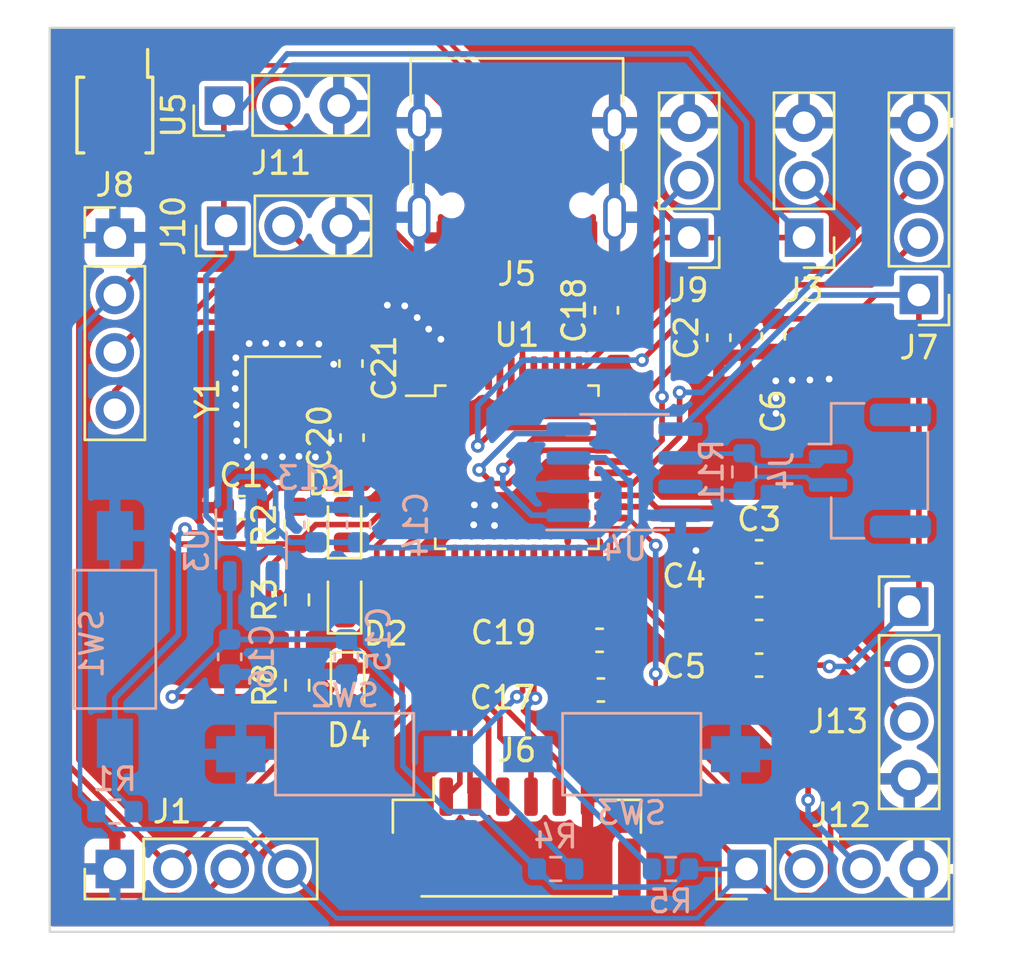
<source format=kicad_pcb>
(kicad_pcb (version 20221018) (generator pcbnew)
  (layers (0 "F.Cu" signal) (31 "B.Cu" signal) (34 "B.Paste" user) (35 "F.Paste" user) (36 "B.SilkS" user "B.Silkscreen") (37 "F.SilkS" user "F.Silkscreen") (38 "B.Mask" user) (39 "F.Mask" user) (44 "Edge.Cuts" user))
  (net 0 "")
  (net 1 "GND")
  (net 2 "/MCU/RESET")
  (net 3 "/MCU/XTAL_I")
  (net 4 "/MCU/XTAL_O")
  (net 5 "Net-(D4-A)")
  (net 6 "/MCU/LED1")
  (net 7 "/MCU/LED2")
  (net 9 "+3V3")
  (net 10 "+5V")
  (net 14 "/MCU/DIO")
  (net 15 "/MCU/CLK")
  (net 30 "Net-(D1-A)")
  (net 31 "Net-(D2-A)")
  (net 32 "/Connector/TXD")
  (net 33 "/Connector/RXD")
  (net 34 "/Connector/TIM1_CH")
  (net 35 "/Connector/-")
  (net 36 "/Connector/+")
  (net 37 "/Connector/DP")
  (net 38 "/Connector/DN")
  (net 39 "/Connector/SPI_CS")
  (net 40 "/Connector/SPI_SCK")
  (net 41 "/Connector/SPI_MISO")
  (net 42 "/Connector/SPI_MOSI")
  (net 43 "/Connector/GPIO0")
  (net 44 "/Connector/I2C1_SCL")
  (net 45 "/Connector/I2C1_SDA")
  (net 46 "/Connector/TIM1_CH2")
  (net 47 "/Connector/TIM2_CH2")
  (net 48 "/Connector/TIM2_CH1")
  (net 49 "/Connector/PB13")
  (net 50 "/Connector/PB12")
  (net 51 "/Connector/PB15")
  (net 52 "/Connector/PB14")
  (net 53 "/MCU/KEY1")
  (net 54 "/MCU/KEY2")
  (net 55 "/Connector/CAN_RX")
  (net 56 "/Connector/CAN_TX")
  (footprint "Connector_PinHeader_2.54mm:PinHeader_1x03_P2.54mm_Vertical" (layer "F.Cu") (at 213.36 81.28 180)
    (fp_text reference "J3")
    (fp_text value "Conn_01x03")
  )
  (footprint "Connector_PinHeader_2.54mm:PinHeader_1x04_P2.54mm_Vertical" (layer "F.Cu") (at 218.44 83.82 180)
    (fp_text reference "J7")
    (fp_text value "Conn_01x04")
  )
  (footprint "Capacitor_SMD:C_0603_1608Metric" (layer "F.Cu") (at 204.375 101.3)
    (fp_text reference "C19")
    (fp_text value "100n")
  )
  (footprint "ResistorSMD:R_0603_1608Metric" (layer "F.Cu") (at 190.95 101.09 90)
    (fp_text reference "R8")
    (fp_text value "10k")
  )
  (footprint "LED_SMD:LED_0603_1608Metric" (layer "F.Cu") (at 193.04 97.3075 90)
    (fp_text reference "D2")
    (fp_text value "LED")
  )
  (footprint "LED_SMD:LED_0603_1608Metric" (layer "F.Cu") (at 193.04 93.98 90)
    (fp_text reference "D1")
    (fp_text value "LED")
  )
  (footprint "Connector_PinHeader_2.54mm:PinHeader_1x04_P2.54mm_Vertical" (layer "F.Cu") (at 210.82 109.22 90)
    (fp_text reference "J12")
    (fp_text value "Conn_01x04")
  )
  (footprint "Connector_PinHeader_2.54mm:PinHeader_1x04_P2.54mm_Vertical" (layer "F.Cu") (at 182.88 109.22 90)
    (fp_text reference "J1")
    (fp_text value "Conn_01x04")
  )
  (footprint "Capacitor_SMD:C_0603_1608Metric" (layer "F.Cu") (at 211.375 100.2)
    (fp_text reference "C5")
    (fp_text value "100n")
  )
  (footprint "Connector_PinHeader_2.54mm:PinHeader_1x03_P2.54mm_Vertical" (layer "F.Cu") (at 187.7 75.44 90)
    (fp_text reference "J11")
    (fp_text value "Conn_01x03")
  )
  (footprint "Capacitor_SMD:C_0603_1608Metric" (layer "F.Cu") (at 188.475 93.23)
    (fp_text reference "C1")
    (fp_text value "100n")
  )
  (footprint "ResistorSMD:R_0603_1608Metric" (layer "F.Cu") (at 190.91 94.015 90)
    (fp_text reference "R2")
    (fp_text value "1K")
  )
  (footprint "Capacitor_SMD:C_0603_1608Metric" (layer "F.Cu") (at 193.32 86.855 90)
    (fp_text reference "C21")
    (fp_text value "12p")
  )
  (footprint "Connector_PinHeader_2.54mm:PinHeader_1x04_P2.54mm_Vertical" (layer "F.Cu") (at 182.88 81.28)
    (fp_text reference "J8")
    (fp_text value "Conn_01x04")
  )
  (footprint "Connector_JST:JST_GH_SM06B-GHS-TB_1x06-1MP_P1.25mm_Horizontal" (layer "F.Cu") (at 200.66 107.87)
    (fp_text reference "J6")
    (fp_text value "Conn_01x06")
  )
  (footprint "Capacitor_SMD:C_0603_1608Metric" (layer "F.Cu") (at 211.375 95.18)
    (fp_text reference "C3")
    (fp_text value "100n")
  )
  (footprint "Connector_PinHeader_2.54mm:PinHeader_1x03_P2.54mm_Vertical" (layer "F.Cu") (at 187.8 80.76 90)
    (fp_text reference "J10")
    (fp_text value "Conn_01x03")
  )
  (footprint "Connector_USB:USB_C_Receptacle_HRO_TYPE-C-31-M-12" (layer "F.Cu") (at 200.66 77.25 180)
    (fp_text reference "J5")
    (fp_text value "USB_C_Receptacle_USB2.0")
  )
  (footprint "Capacitor_SMD:C_0603_1608Metric" (layer "F.Cu") (at 211.375 97.69)
    (fp_text reference "C4")
    (fp_text value "100n")
  )
  (footprint "Connector_PinHeader_2.54mm:PinHeader_1x03_P2.54mm_Vertical" (layer "F.Cu") (at 208.28 81.28 180)
    (fp_text reference "J9")
    (fp_text value "Conn_01x03")
  )
  (footprint "Connector_PinHeader_2.54mm:PinHeader_1x04_P2.54mm_Vertical" (layer "F.Cu") (at 218.01 97.61)
    (fp_text reference "J13")
    (fp_text value "Conn_01x04")
  )
  (footprint "Capacitor_SMD:C_0603_1608Metric" (layer "F.Cu") (at 204.32 99.1 180)
    (fp_text reference "C17")
    (fp_text value "100n")
  )
  (footprint "Capacitor_SMD:C_0603_1608Metric" (layer "F.Cu") (at 204.62 84.5 90)
    (fp_text reference "C18")
    (fp_text value "100n")
  )
  (footprint "Crystal:Crystal_SMD_3225-4Pin_3.2x2.5mm" (layer "F.Cu") (at 190.31 88.55 -90)
    (fp_text reference "Y1")
    (fp_text value "12M")
  )
  (footprint "Capacitor_SMD:C_0603_1608Metric" (layer "F.Cu") (at 209.59 85.71 90)
    (fp_text reference "C2")
    (fp_text value "100n")
  )
  (footprint "LED_SMD:LED_0603_1608Metric" (layer "F.Cu") (at 193.17 101.1175 -90)
    (fp_text reference "D4")
    (fp_text value "RED")
  )
  (footprint "Capacitor_SMD:C_0603_1608Metric" (layer "F.Cu") (at 212 85.65 90)
    (fp_text reference "C6")
    (fp_text value "100n")
  )
  (footprint "PackageQFP:LQFP-48_7x7mm_P0.5mm" (layer "F.Cu") (at 200.66 91.44)
    (fp_text reference "U1")
    (fp_text value "STM32F103C8Tx")
  )
  (footprint "Capacitor_SMD:C_0603_1608Metric" (layer "F.Cu") (at 193.37 90.135 90)
    (fp_text reference "C20")
    (fp_text value "12p")
  )
  (footprint "ResistorSMD:R_0603_1608Metric" (layer "F.Cu") (at 190.94 97.31 90)
    (fp_text reference "R3")
    (fp_text value "1K")
  )
  (footprint "Package_SO:MSOP-10_3x3mm_P0.5mm" (layer "F.Cu") (at 182.88 75.86 -90)
    (fp_text reference "U5")
    (fp_text value "CH340E")
  )
  (footprint "Button_Switch_SMD:SW_SPST_FSMSM" (layer "B.Cu") (at 182.88 99.06 90)
    (fp_text reference "SW1")
    (fp_text value " SW")
  )
  (footprint "ResistorSMD:R_0603_1608Metric" (layer "B.Cu") (at 202.375 109.22 180)
    (fp_text reference "R4")
    (fp_text value "10k")
  )
  (footprint "Button_Switch_SMD:SW_SPST_FSMSM" (layer "B.Cu") (at 193.04 104.14 180)
    (fp_text reference "SW2")
    (fp_text value " SW")
  )
  (footprint "Package_SO:SOIC-8_3.9x4.9mm_P1.27mm" (layer "B.Cu") (at 205.42143 91.66)
    (fp_text reference "U4")
    (fp_text value "TJA1051T-3")
  )
  (footprint "Capacitor_SMD:C_0603_1608Metric" (layer "B.Cu") (at 193.12 99.835 90)
    (fp_text reference "C15")
    (fp_text value "100n")
  )
  (footprint "Capacitor_SMD:C_0603_1608Metric" (layer "B.Cu") (at 193.66 93.99 -90)
    (fp_text reference "C14")
    (fp_text value "100n")
  )
  (footprint "Capacitor_SMD:C_0603_1608Metric" (layer "B.Cu") (at 191.77 93.99 -90)
    (fp_text reference "C13")
    (fp_text value "2.2u")
  )
  (footprint "Connector_JST:JST_GH_SM02B-GHS-TB_1x02-1MP_P1.25mm_Horizontal" (layer "B.Cu") (at 216.27143 91.6 -90)
    (fp_text reference "J4")
    (fp_text value "Conn_01x02")
  )
  (footprint "PackageSOT:SOT-23-5" (layer "B.Cu") (at 188.91 95.1175 -90)
    (fp_text reference "U3")
    (fp_text value "HX9193-33GB")
  )
  (footprint "ResistorSMD:R_0603_1608Metric" (layer "B.Cu") (at 182.88 106.68 180)
    (fp_text reference "R1")
    (fp_text value "10k")
  )
  (footprint "Capacitor_SMD:C_0603_1608Metric" (layer "B.Cu") (at 187.96 99.835 90)
    (fp_text reference "C16")
    (fp_text value "2.2u")
  )
  (footprint "ResistorSMD:R_0603_1608Metric" (layer "B.Cu") (at 210.71143 91.65 -90)
    (fp_text reference "R11")
    (fp_text value "120")
  )
  (footprint "ResistorSMD:R_0603_1608Metric" (layer "B.Cu") (at 207.455 109.22)
    (fp_text reference "R5")
    (fp_text value "10k")
  )
  (footprint "Button_Switch_SMD:SW_SPST_FSMSM" (layer "B.Cu") (at 205.74 104.14)
    (fp_text reference "SW3")
    (fp_text value " SW")
  )
  (gr_rect locked (start 180 72) (end 220 112) (stroke (width 0.1)) (fill none) (layer "Edge.Cuts"))
  (segment (start 191.9 85.99) (end 191.9 86.225) (width 0.25) (layer "F.Cu") (net 1))
  (segment (start 188.76 90.97) (end 188.75 90.98) (width 0.25) (layer "F.Cu") (net 1))
  (segment (start 182.88 73.66) (end 182.88 74.422) (width 0.25) (layer "F.Cu") (net 1))
  (segment (start 188.27 89.543088) (end 188.268456 89.541544) (width 0.25) (layer "F.Cu") (net 1))
  (segment (start 188.2 87.96) (end 188.2 87.3) (width 0.25) (layer "F.Cu") (net 1))
  (segment (start 188.2 87.3) (end 188.22 87.28) (width 0.25) (layer "F.Cu") (net 1))
  (segment (start 188.82 85.97) (end 189.54 85.97) (width 0.25) (layer "F.Cu") (net 1))
  (segment (start 191.02 90.96) (end 190.31 90.96) (width 0.25) (layer "F.Cu") (net 1))
  (segment (start 191.05 90.99) (end 191.02 90.96) (width 0.25) (layer "F.Cu") (net 1))
  (segment (start 191.9 85.99) (end 191.08 85.99) (width 0.25) (layer "F.Cu") (net 1))
  (segment (start 189.46 89.65) (end 188.376912 89.65) (width 0.25) (layer "F.Cu") (net 1))
  (segment (start 191.16 87.45) (end 191.16 86.07) (width 0.25) (layer "F.Cu") (net 1))
  (segment (start 189.54 85.97) (end 189.55 85.96) (width 0.25) (layer "F.Cu") (net 1))
  (segment (start 190.29 90.98) (end 189.51 90.98) (width 0.25) (layer "F.Cu") (net 1))
  (segment (start 191.08 85.99) (end 191.06 85.97) (width 0.25) (layer "F.Cu") (net 1))
  (segment (start 188.268456 88.728456) (end 188.24 88.7) (width 0.25) (layer "F.Cu") (net 1))
  (segment (start 189.5 90.97) (end 188.76 90.97) (width 0.25) (layer "F.Cu") (net 1))
  (segment (start 189.51 90.98) (end 189.5 90.97) (width 0.25) (layer "F.Cu") (net 1))
  (segment (start 188.376912 89.65) (end 188.268456 89.541544) (width 0.25) (layer "F.Cu") (net 1))
  (segment (start 188.22 86.61) (end 188.23 86.6) (width 0.25) (layer "F.Cu") (net 1))
  (segment (start 190.29 85.98) (end 191.05 85.98) (width 0.25) (layer "F.Cu") (net 1))
  (segment (start 191.75 90.99) (end 191.05 90.99) (width 0.25) (layer "F.Cu") (net 1))
  (segment (start 191.05 85.98) (end 191.06 85.97) (width 0.25) (layer "F.Cu") (net 1))
  (segment (start 190.31 90.96) (end 190.29 90.98) (width 0.25) (layer "F.Cu") (net 1))
  (segment (start 188.23 86.6) (end 188.23 86.56) (width 0.25) (layer "F.Cu") (net 1))
  (segment (start 188.22 87.28) (end 188.22 86.61) (width 0.25) (layer "F.Cu") (net 1))
  (segment (start 191.9 86.225) (end 192.56 86.885) (width 0.25) (layer "F.Cu") (net 1))
  (segment (start 188.24 88) (end 188.2 87.96) (width 0.25) (layer "F.Cu") (net 1))
  (segment (start 188.75 90.98) (end 188.75 90.76) (width 0.25) (layer "F.Cu") (net 1))
  (segment (start 188.24 88.7) (end 188.24 88) (width 0.25) (layer "F.Cu") (net 1))
  (segment (start 188.23 86.56) (end 188.82 85.97) (width 0.25) (layer "F.Cu") (net 1))
  (segment (start 189.55 85.96) (end 190.27 85.96) (width 0.25) (layer "F.Cu") (net 1))
  (segment (start 192.449798 90.290202) (end 191.75 90.99) (width 0.25) (layer "F.Cu") (net 1))
  (segment (start 188.27 90.28) (end 188.27 89.543088) (width 0.25) (layer "F.Cu") (net 1))
  (segment (start 188.268456 89.541544) (end 188.268456 88.728456) (width 0.25) (layer "F.Cu") (net 1))
  (segment (start 190.27 85.96) (end 190.29 85.98) (width 0.25) (layer "F.Cu") (net 1))
  (segment (start 191.16 86.07) (end 191.06 85.97) (width 0.25) (layer "F.Cu") (net 1))
  (segment (start 188.75 90.76) (end 188.27 90.28) (width 0.25) (layer "F.Cu") (net 1))
  (segment (start 192.449798 90.2745) (end 192.449798 90.290202) (width 0.25) (layer "F.Cu") (net 1))
  (via (at 208.58 95.13) (size 0.6) (drill 0.3) (layers "F.Cu" "B.Cu") (net 1))
  (via (at 212.12 89.06) (size 0.6) (drill 0.3) (layers "F.Cu" "B.Cu") (net 1))
  (via (at 192.449798 90.2745) (size 0.6) (drill 0.3) (layers "F.Cu" "B.Cu") (net 1))
  (via (at 212.83 87.59) (size 0.6) (drill 0.3) (layers "F.Cu" "B.Cu") (net 1))
  (via (at 190.29 90.98) (size 0.6) (drill 0.3) (layers "F.Cu" "B.Cu") (net 1))
  (via (at 212.11 87.62) (size 0.6) (drill 0.3) (layers "F.Cu" "B.Cu") (net 1))
  (via (at 196.25 84.82) (size 0.6) (drill 0.3) (layers "F.Cu" "B.Cu") (net 1))
  (via (at 191.02 90.96) (size 0.6) (drill 0.3) (layers "F.Cu" "B.Cu") (net 1))
  (via (at 199.67 94.02) (size 0.6) (drill 0.3) (layers "F.Cu" "B.Cu") (net 1))
  (via (at 191.75 90.99) (size 0.6) (drill 0.3) (layers "F.Cu" "B.Cu") (net 1))
  (via (at 188.27 90.28) (size 0.6) (drill 0.3) (layers "F.Cu" "B.Cu") (net 1))
  (via (at 214.47 87.54) (size 0.6) (drill 0.3) (layers "F.Cu" "B.Cu") (net 1))
  (via (at 188.82 85.97) (size 0.6) (drill 0.3) (layers "F.Cu" "B.Cu") (net 1))
  (via (at 212.12 88.38) (size 0.6) (drill 0.3) (layers "F.Cu" "B.Cu") (net 1))
  (via (at 199.68 93.13) (size 0.6) (drill 0.3) (layers "F.Cu" "B.Cu") (net 1))
  (via (at 191.06 85.97) (size 0.6) (drill 0.3) (layers "F.Cu" "B.Cu") (net 1))
  (via (at 188.22 87.28) (size 0.6) (drill 0.3) (layers "F.Cu" "B.Cu") (net 1))
  (via (at 213.62 87.58) (size 0.6) (drill 0.3) (layers "F.Cu" "B.Cu") (net 1))
  (via (at 188.2 87.96) (size 0.6) (drill 0.3) (layers "F.Cu" "B.Cu") (net 1))
  (via (at 188.75 90.98) (size 0.6) (drill 0.3) (layers "F.Cu" "B.Cu") (net 1))
  (via (at 194.93 84.27) (size 0.6) (drill 0.3) (layers "F.Cu" "B.Cu") (net 1))
  (via (at 198.75 93.99) (size 0.6) (drill 0.3) (layers "F.Cu" "B.Cu") (net 1))
  (via (at 190.29 85.98) (size 0.6) (drill 0.3) (layers "F.Cu" "B.Cu") (net 1))
  (via (at 188.24 88.7) (size 0.6) (drill 0.3) (layers "F.Cu" "B.Cu") (net 1))
  (via (at 191.9 85.99) (size 0.6) (drill 0.3) (layers "F.Cu" "B.Cu") (net 1))
  (via (at 192.56 86.885) (size 0.6) (drill 0.3) (layers "F.Cu" "B.Cu") (net 1))
  (via (at 198.78 93.11) (size 0.6) (drill 0.3) (layers "F.Cu" "B.Cu") (net 1))
  (via (at 189.55 85.96) (size 0.6) (drill 0.3) (layers "F.Cu" "B.Cu") (net 1))
  (via (at 189.5 90.97) (size 0.6) (drill 0.3) (layers "F.Cu" "B.Cu") (net 1))
  (via (at 188.268456 89.541544) (size 0.6) (drill 0.3) (layers "F.Cu" "B.Cu") (net 1))
  (via (at 195.7 84.3) (size 0.6) (drill 0.3) (layers "F.Cu" "B.Cu") (net 1))
  (via (at 196.76 85.33) (size 0.6) (drill 0.3) (layers "F.Cu" "B.Cu") (net 1))
  (via (at 188.23 86.6) (size 0.6) (drill 0.3) (layers "F.Cu" "B.Cu") (net 1))
  (via (at 197.3 85.78) (size 0.6) (drill 0.3) (layers "F.Cu" "B.Cu") (net 1))
  (segment (start 194.64 91.69) (end 193.97 92.36) (width 0.25) (layer "F.Cu") (net 2))
  (segment (start 193.97 92.36) (end 190.12 92.36) (width 0.25) (layer "F.Cu") (net 2))
  (segment (start 190.12 92.36) (end 189.25 93.23) (width 0.25) (layer "F.Cu") (net 2))
  (segment (start 189.25 93.23) (end 188.13 94.35) (width 0.25) (layer "F.Cu") (net 2))
  (segment (start 196.4975 91.69) (end 194.64 91.69) (width 0.25) (layer "F.Cu") (net 2))
  (segment (start 188.13 94.35) (end 186.153177 94.35) (width 0.25) (layer "F.Cu") (net 2))
  (segment (start 186.153177 94.35) (end 185.981439 94.178262) (width 0.25) (layer "F.Cu") (net 2))
  (via (at 185.981439 94.178262) (size 0.6) (drill 0.3) (layers "F.Cu" "B.Cu") (net 2))
  (segment (start 185.689701 94.47) (end 185.689701 98.850299) (width 0.25) (layer "B.Cu") (net 2))
  (segment (start 185.981439 94.178262) (end 185.689701 94.47) (width 0.25) (layer "B.Cu") (net 2))
  (segment (start 182.88 101.66) (end 182.88 103.65) (width 0.25) (layer "B.Cu") (net 2))
  (segment (start 185.689701 98.850299) (end 182.88 101.66) (width 0.25) (layer "B.Cu") (net 2))
  (segment (start 183.705 106.68) (end 182.88 105.855) (width 0.25) (layer "B.Cu") (net 2))
  (segment (start 182.88 105.855) (end 182.88 103.65) (width 0.25) (layer "B.Cu") (net 2))
  (segment (start 196.4975 90.69) (end 195.694315 90.69) (width 0.25) (layer "F.Cu") (net 3))
  (segment (start 189.46 88) (end 189.94 88.48) (width 0.25) (layer "F.Cu") (net 3))
  (segment (start 192.47 88.48) (end 193.32 87.63) (width 0.25) (layer "F.Cu") (net 3))
  (segment (start 195.694315 90.69) (end 195.435 90.430685) (width 0.25) (layer "F.Cu") (net 3))
  (segment (start 189.94 88.48) (end 192.47 88.48) (width 0.25) (layer "F.Cu") (net 3))
  (segment (start 195.435 89.745) (end 193.32 87.63) (width 0.25) (layer "F.Cu") (net 3))
  (segment (start 195.435 90.430685) (end 195.435 89.745) (width 0.25) (layer "F.Cu") (net 3))
  (segment (start 189.46 87.45) (end 189.46 88) (width 0.25) (layer "F.Cu") (net 3))
  (segment (start 194.985 90.617081) (end 194.985 89.931396) (width 0.25) (layer "F.Cu") (net 4))
  (segment (start 196.4975 91.19) (end 195.557919 91.19) (width 0.25) (layer "F.Cu") (net 4))
  (segment (start 195.557919 91.19) (end 194.985 90.617081) (width 0.25) (layer "F.Cu") (net 4))
  (segment (start 194.703604 89.65) (end 191.16 89.65) (width 0.25) (layer "F.Cu") (net 4))
  (segment (start 194.985 89.931396) (end 194.703604 89.65) (width 0.25) (layer "F.Cu") (net 4))
  (segment (start 193.16 101.915) (end 193.17 101.905) (width 0.25) (layer "F.Cu") (net 5))
  (segment (start 190.95 101.915) (end 193.16 101.915) (width 0.25) (layer "F.Cu") (net 5))
  (segment (start 193.980419 94.7675) (end 193.04 94.7675) (width 0.25) (layer "F.Cu") (net 6))
  (segment (start 196.4975 93.19) (end 195.557919 93.19) (width 0.25) (layer "F.Cu") (net 6))
  (segment (start 195.557919 93.19) (end 193.980419 94.7675) (width 0.25) (layer "F.Cu") (net 6))
  (segment (start 194.463896 94.920419) (end 194.463896 96.671104) (width 0.25) (layer "F.Cu") (net 7))
  (segment (start 194.463896 96.671104) (end 193.04 98.095) (width 0.25) (layer "F.Cu") (net 7))
  (segment (start 196.4975 93.69) (end 195.694315 93.69) (width 0.25) (layer "F.Cu") (net 7))
  (segment (start 195.694315 93.69) (end 194.463896 94.920419) (width 0.25) (layer "F.Cu") (net 7))
  (segment (start 183.88 78.06) (end 183.88 77.11) (width 0.2) (layer "F.Cu") (net 9))
  (segment (start 215.465 84.875) (end 216.52 83.82) (width 0.25) (layer "F.Cu") (net 9))
  (segment (start 195.421523 92.69) (end 196.4975 92.69) (width 0.25) (layer "F.Cu") (net 9))
  (segment (start 195.566823 85.02) (end 186.56 85.02) (width 0.25) (layer "F.Cu") (net 9))
  (segment (start 184.74 78.06) (end 183.88 78.06) (width 0.2) (layer "F.Cu") (net 9))
  (segment (start 214.535 109.715) (end 214.535 104.385) (width 0.25) (layer "F.Cu") (net 9))
  (segment (start 190.95 100.265) (end 189.615 101.6) (width 0.25) (layer "F.Cu") (net 9))
  (segment (start 212.15 102) (end 212.15 100.2) (width 0.25) (layer "F.Cu") (net 9))
  (segment (start 203.41 98.965) (end 203.545 99.1) (width 0.25) (layer "F.Cu") (net 9))
  (segment (start 205.835 88.69) (end 209.59 84.935) (width 0.25) (layer "F.Cu") (net 9))
  (segment (start 190.485 98.135) (end 189.67 97.32) (width 0.25) (layer "F.Cu") (net 9))
  (segment (start 204.8225 88.69) (end 205.835 88.69) (width 0.25) (layer "F.Cu") (net 9))
  (segment (start 189.67 97.32) (end 189.67 95.91) (width 0.25) (layer "F.Cu") (net 9))
  (segment (start 212.15 95.18) (end 212.15 97.69) (width 0.25) (layer "F.Cu") (net 9))
  (segment (start 210.82 109.22) (end 211.995 110.395) (width 0.25) (layer "F.Cu") (net 9))
  (segment (start 203.545 99.1) (end 203.545 101.245) (width 0.25) (layer "F.Cu") (net 9))
  (segment (start 214.42 100.2) (end 214.48 100.26) (width 0.25) (layer "F.Cu") (net 9))
  (segment (start 182.43 77.06) (end 182.38 77.11) (width 0.2) (layer "F.Cu") (net 9))
  (segment (start 212.15 100.2) (end 214.42 100.2) (width 0.25) (layer "F.Cu") (net 9))
  (segment (start 211.995 110.395) (end 213.855 110.395) (width 0.25) (layer "F.Cu") (net 9))
  (segment (start 185.42 78.74) (end 184.74 78.06) (width 0.2) (layer "F.Cu") (net 9))
  (segment (start 214.535 104.385) (end 212.15 102) (width 0.25) (layer "F.Cu") (net 9))
  (segment (start 213.855 110.395) (end 214.535 109.715) (width 0.25) (layer "F.Cu") (net 9))
  (segment (start 190.95 100.265) (end 190.95 98.145) (width 0.25) (layer "F.Cu") (net 9))
  (segment (start 190.94 98.135) (end 190.485 98.135) (width 0.25) (layer "F.Cu") (net 9))
  (segment (start 185.42 81.28) (end 185.42 78.74) (width 0.2) (layer "F.Cu") (net 9))
  (segment (start 194.131523 93.98) (end 191.77 93.98) (width 0.25) (layer "F.Cu") (net 9))
  (segment (start 185.18 86.4) (end 185.18 94.26) (width 0.25) (layer "F.Cu") (net 9))
  (segment (start 218.44 97.18) (end 218.01 97.61) (width 0.25) (layer "F.Cu") (net 9))
  (segment (start 203.6 102) (end 210.82 109.22) (width 0.25) (layer "F.Cu") (net 9))
  (segment (start 189.615 101.6) (end 185.42 101.6) (width 0.25) (layer "F.Cu") (net 9))
  (segment (start 183.83 77.06) (end 182.43 77.06) (width 0.2) (layer "F.Cu") (net 9))
  (segment (start 185.18 94.26) (end 185.76 94.84) (width 0.25) (layer "F.Cu") (net 9))
  (segment (start 186.56 85.02) (end 185.18 86.4) (width 0.25) (layer "F.Cu") (net 9))
  (segment (start 197.824323 87.2775) (end 195.566823 85.02) (width 0.25) (layer "F.Cu") (net 9))
  (segment (start 189.67 95.91) (end 190.74 94.84) (width 0.25) (layer "F.Cu") (net 9))
  (segment (start 197.91 87.2775) (end 196.4975 88.69) (width 0.25) (layer "F.Cu") (net 9))
  (segment (start 197.91 87.2775) (end 197.824323 87.2775) (width 0.25) (layer "F.Cu") (net 9))
  (segment (start 203.41 95.6025) (end 203.41 98.965) (width 0.25) (layer "F.Cu") (net 9))
  (segment (start 191.77 93.98) (end 190.91 94.84) (width 0.25) (layer "F.Cu") (net 9))
  (segment (start 182.88 83.82) (end 185.42 81.28) (width 0.2) (layer "F.Cu") (net 9))
  (segment (start 211.94 84.935) (end 212 84.875) (width 0.25) (layer "F.Cu") (net 9))
  (segment (start 203.545 101.245) (end 203.6 101.3) (width 0.25) (layer "F.Cu") (net 9))
  (segment (start 190.95 98.145) (end 190.94 98.135) (width 0.25) (layer "F.Cu") (net 9))
  (segment (start 183.88 77.11) (end 183.83 77.06) (width 0.2) (layer "F.Cu") (net 9))
  (segment (start 212 84.875) (end 215.465 84.875) (width 0.25) (layer "F.Cu") (net 9))
  (segment (start 209.59 84.935) (end 211.94 84.935) (width 0.25) (layer "F.Cu") (net 9))
  (segment (start 203.6 101.3) (end 203.6 102) (width 0.25) (layer "F.Cu") (net 9))
  (segment (start 182.38 77.11) (end 182.38 78.06) (width 0.2) (layer "F.Cu") (net 9))
  (segment (start 218.44 83.82) (end 218.44 97.18) (width 0.25) (layer "F.Cu") (net 9))
  (segment (start 190.74 94.84) (end 190.91 94.84) (width 0.25) (layer "F.Cu") (net 9))
  (segment (start 216.52 83.82) (end 218.44 83.82) (width 0.25) (layer "F.Cu") (net 9))
  (segment (start 194.131523 93.98) (end 195.421523 92.69) (width 0.25) (layer "F.Cu") (net 9))
  (segment (start 185.76 94.84) (end 190.91 94.84) (width 0.25) (layer "F.Cu") (net 9))
  (segment (start 212.15 97.69) (end 212.15 100.2) (width 0.25) (layer "F.Cu") (net 9))
  (via (at 185.42 101.6) (size 0.6) (drill 0.3) (layers "F.Cu" "B.Cu") (net 9))
  (via (at 214.48 100.26) (size 0.6) (drill 0.3) (layers "F.Cu" "B.Cu") (net 9))
  (segment (start 202.35 110.02) (end 207.48 110.02) (width 0.25) (layer "B.Cu") (net 9))
  (segment (start 215.36 100.26) (end 218.01 97.61) (width 0.25) (layer "B.Cu") (net 9))
  (segment (start 187.96 96.255) (end 187.96 99.06) (width 0.25) (layer "B.Cu") (net 9))
  (segment (start 187.96 99.06) (end 193.12 99.06) (width 0.25) (layer "B.Cu") (net 9))
  (segment (start 197.63 106.68) (end 199.01 106.68) (width 0.25) (layer "B.Cu") (net 9))
  (segment (start 210.82 109.22) (end 208.28 109.22) (width 0.2) (layer "B.Cu") (net 9))
  (segment (start 192.68 111.4) (end 208.64 111.4) (width 0.2) (layer "B.Cu") (net 9))
  (segment (start 182.83 107.455) (end 182.055 106.68) (width 0.2) (layer "B.Cu") (net 9))
  (segment (start 213.83143 83.82) (end 218.44 83.82) (width 0.25) (layer "B.Cu") (net 9))
  (segment (start 214.48 100.26) (end 215.36 100.26) (width 0.25) (layer "B.Cu") (net 9))
  (segment (start 181.34 85.36) (end 182.88 83.82) (width 0.2) (layer "B.Cu") (net 9))
  (segment (start 195.62 104.67) (end 197.63 106.68) (width 0.25) (layer "B.Cu") (net 9))
  (segment (start 201.55 109.22) (end 202.35 110.02) (width 0.25) (layer "B.Cu") (net 9))
  (segment (start 185.42 101.6) (end 187.96 99.06) (width 0.25) (layer "B.Cu") (net 9))
  (segment (start 199.01 106.68) (end 201.55 109.22) (width 0.25) (layer "B.Cu") (net 9))
  (segment (start 190.5 109.22) (end 192.68 111.4) (width 0.2) (layer "B.Cu") (net 9))
  (segment (start 181.34 105.965) (end 181.34 85.36) (width 0.2) (layer "B.Cu") (net 9))
  (segment (start 207.89643 89.755) (end 213.83143 83.82) (width 0.25) (layer "B.Cu") (net 9))
  (segment (start 207.48 110.02) (end 208.28 109.22) (width 0.25) (layer "B.Cu") (net 9))
  (segment (start 193.12 99.06) (end 195.62 101.56) (width 0.25) (layer "B.Cu") (net 9))
  (segment (start 188.735 107.455) (end 182.83 107.455) (width 0.2) (layer "B.Cu") (net 9))
  (segment (start 190.5 109.22) (end 188.735 107.455) (width 0.2) (layer "B.Cu") (net 9))
  (segment (start 208.64 111.4) (end 210.82 109.22) (width 0.2) (layer "B.Cu") (net 9))
  (segment (start 195.62 101.56) (end 195.62 104.67) (width 0.25) (layer "B.Cu") (net 9))
  (segment (start 182.055 106.68) (end 181.34 105.965) (width 0.2) (layer "B.Cu") (net 9))
  (segment (start 198.681996 82.741996) (end 200.274756 82.741996) (width 0.25) (layer "F.Cu") (net 10))
  (segment (start 187.7 80.66) (end 187.8 80.76) (width 0.25) (layer "F.Cu") (net 10))
  (segment (start 200.274756 82.741996) (end 200.27776 82.745) (width 0.25) (layer "F.Cu") (net 10))
  (segment (start 198.21 81.295) (end 198.21 82.27) (width 0.25) (layer "F.Cu") (net 10))
  (segment (start 203.11 82.27) (end 203.11 81.295) (width 0.25) (layer "F.Cu") (net 10))
  (segment (start 202.43 79.79) (end 203.11 80.47) (width 0.25) (layer "F.Cu") (net 10))
  (segment (start 204.62 83.725) (end 207.065 81.28) (width 0.25) (layer "F.Cu") (net 10))
  (segment (start 203.03 78.51) (end 202.43 79.11) (width 0.25) (layer "F.Cu") (net 10))
  (segment (start 205.51 78.51) (end 203.03 78.51) (width 0.25) (layer "F.Cu") (net 10))
  (segment (start 202.43 79.11) (end 202.43 79.79) (width 0.25) (layer "F.Cu") (net 10))
  (segment (start 208.28 81.28) (end 213.36 81.28) (width 0.25) (layer "F.Cu") (net 10))
  (segment (start 202.635 82.745) (end 203.11 82.27) (width 0.25) (layer "F.Cu") (net 10))
  (segment (start 207.065 81.28) (end 208.28 81.28) (width 0.25) (layer "F.Cu") (net 10))
  (segment (start 200.27776 82.745) (end 202.635 82.745) (width 0.25) (layer "F.Cu") (net 10))
  (segment (start 187.7 75.44) (end 187.7 80.66) (width 0.25) (layer "F.Cu") (net 10))
  (segment (start 198.21 82.27) (end 198.681996 82.741996) (width 0.25) (layer "F.Cu") (net 10))
  (segment (start 203.11 80.47) (end 203.11 81.295) (width 0.25) (layer "F.Cu") (net 10))
  (segment (start 208.28 81.28) (end 205.51 78.51) (width 0.25) (layer "F.Cu") (net 10))
  (segment (start 190.5 73.152) (end 208.28 73.152) (width 0.25) (layer "B.Cu") (net 10))
  (segment (start 205.57 92.04) (end 205.67 92.04) (width 0.25) (layer "B.Cu") (net 10))
  (segment (start 188.36 91.86) (end 189.47 91.86) (width 0.25) (layer "B.Cu") (net 10))
  (segment (start 189.99 92.38) (end 189.99 93.85) (width 0.25) (layer "B.Cu") (net 10))
  (segment (start 191.77 94.765) (end 190.645 94.765) (width 0.25) (layer "B.Cu") (net 10))
  (segment (start 187.96 92.26) (end 188.36 91.86) (width 0.25) (layer "B.Cu") (net 10))
  (segment (start 210.82 78.74) (end 213.36 81.28) (width 0.25) (layer "B.Cu") (net 10))
  (segment (start 189.99 93.85) (end 189.86 93.98) (width 0.25) (layer "B.Cu") (net 10))
  (segment (start 193.895 95) (end 193.66 94.765) (width 0.25) (layer "B.Cu") (net 10))
  (segment (start 186.91 93.58) (end 186.91 82.99) (width 0.25) (layer "B.Cu") (net 10))
  (segment (start 202.94643 91.025) (end 203.323181 91.025) (width 0.25) (layer "B.Cu") (net 10))
  (segment (start 210.82 76.2) (end 210.82 78.74) (width 0.25) (layer "B.Cu") (net 10))
  (segment (start 189.47 91.86) (end 189.99 92.38) (width 0.25) (layer "B.Cu") (net 10))
  (segment (start 205.67 93.8) (end 204.47 95) (width 0.25) (layer "B.Cu") (net 10))
  (segment (start 203.323181 91.025) (end 203.328181 91.02) (width 0.25) (layer "B.Cu") (net 10))
  (segment (start 186.91 82.99) (end 187.8 82.1) (width 0.25) (layer "B.Cu") (net 10))
  (segment (start 187.96 93.98) (end 187.96 92.26) (width 0.25) (layer "B.Cu") (net 10))
  (segment (start 187.96 93.98) (end 187.31 93.98) (width 0.25) (layer "B.Cu") (net 10))
  (segment (start 204.47 95) (end 193.895 95) (width 0.25) (layer "B.Cu") (net 10))
  (segment (start 193.66 94.765) (end 191.77 94.765) (width 0.25) (layer "B.Cu") (net 10))
  (segment (start 203.328181 91.02) (end 204.55 91.02) (width 0.25) (layer "B.Cu") (net 10))
  (segment (start 205.67 92.04) (end 205.67 93.8) (width 0.25) (layer "B.Cu") (net 10))
  (segment (start 204.55 91.02) (end 205.57 92.04) (width 0.25) (layer "B.Cu") (net 10))
  (segment (start 187.31 93.98) (end 186.91 93.58) (width 0.25) (layer "B.Cu") (net 10))
  (segment (start 190.645 94.765) (end 189.86 93.98) (width 0.25) (layer "B.Cu") (net 10))
  (segment (start 187.96 76.2) (end 190.5 73.152) (width 0.25) (layer "B.Cu") (net 10))
  (segment (start 208.28 73.152) (end 210.82 76.2) (width 0.25) (layer "B.Cu") (net 10))
  (segment (start 187.8 82.1) (end 187.8 80.76) (width 0.25) (layer "B.Cu") (net 10))
  (segment (start 216.349501 83.370499) (end 209.53032 83.370499) (width 0.25) (layer "F.Cu") (net 14))
  (segment (start 218.44 81.28) (end 216.349501 83.370499) (width 0.25) (layer "F.Cu") (net 14))
  (segment (start 199.74 89.69) (end 198.93 90.5) (width 0.25) (layer "F.Cu") (net 14))
  (segment (start 209.53032 83.370499) (end 206.19576 86.705059) (width 0.25) (layer "F.Cu") (net 14))
  (segment (start 204.8225 89.69) (end 199.74 89.69) (width 0.25) (layer "F.Cu") (net 14))
  (via (at 198.93 90.5) (size 0.6) (drill 0.3) (layers "F.Cu" "B.Cu") (net 14))
  (via (at 206.19576 86.705059) (size 0.6) (drill 0.3) (layers "F.Cu" "B.Cu") (net 14))
  (segment (start 200.934941 86.705059) (end 198.93 88.71) (width 0.25) (layer "B.Cu") (net 14))
  (segment (start 206.19576 86.705059) (end 200.934941 86.705059) (width 0.25) (layer "B.Cu") (net 14))
  (segment (start 198.93 88.71) (end 198.93 90.5) (width 0.25) (layer "B.Cu") (net 14))
  (segment (start 204.5974 86.0901) (end 205.7799 86.0901) (width 0.25) (layer "F.Cu") (net 15))
  (segment (start 205.7799 86.0901) (end 208.514002 83.355998) (width 0.25) (layer "F.Cu") (net 15))
  (segment (start 208.514002 83.355998) (end 208.764002 83.355998) (width 0.25) (layer "F.Cu") (net 15))
  (segment (start 208.73 83.39) (end 209.36 82.76) (width 0.25) (layer "F.Cu") (net 15))
  (segment (start 203.41 87.2775) (end 204.5974 86.0901) (width 0.25) (layer "F.Cu") (net 15))
  (segment (start 214.42 82.76) (end 218.44 78.74) (width 0.25) (layer "F.Cu") (net 15))
  (segment (start 209.36 82.76) (end 214.42 82.76) (width 0.25) (layer "F.Cu") (net 15))
  (segment (start 190.91 93.19) (end 193.0375 93.19) (width 0.25) (layer "F.Cu") (net 30))
  (segment (start 193.0375 93.19) (end 193.04 93.1925) (width 0.25) (layer "F.Cu") (net 30))
  (segment (start 191.25 96.485) (end 193.005 96.485) (width 0.25) (layer "F.Cu") (net 31))
  (segment (start 193.005 96.485) (end 193.04 96.52) (width 0.25) (layer "F.Cu") (net 31))
  (segment (start 195.58 101.878273) (end 195.58 95.1075) (width 0.25) (layer "F.Cu") (net 32))
  (segment (start 185.42 109.22) (end 180.789501 104.589501) (width 0.25) (layer "F.Cu") (net 32))
  (segment (start 183.355 79.085) (end 183.355 79.22069) (width 0.25) (layer "F.Cu") (net 32))
  (segment (start 193.520773 103.9375) (end 195.58 101.878273) (width 0.25) (layer "F.Cu") (net 32))
  (segment (start 195.58 95.1075) (end 196.4975 94.19) (width 0.25) (layer "F.Cu") (net 32))
  (segment (start 180.789501 81.020499) (end 182.275499 79.534501) (width 0.25) (layer "F.Cu") (net 32))
  (segment (start 183.041189 79.534501) (end 182.275499 79.534501) (width 0.25) (layer "F.Cu") (net 32))
  (segment (start 183.38 79.06) (end 183.38 78.06) (width 0.25) (layer "F.Cu") (net 32))
  (segment (start 180.789501 104.589501) (end 180.789501 81.020499) (width 0.25) (layer "F.Cu") (net 32))
  (segment (start 185.42 109.22) (end 190.7025 103.9375) (width 0.25) (layer "F.Cu") (net 32))
  (segment (start 183.355 79.22069) (end 183.041189 79.534501) (width 0.25) (layer "F.Cu") (net 32))
  (segment (start 183.355 79.085) (end 183.38 79.06) (width 0.25) (layer "F.Cu") (net 32))
  (segment (start 190.7025 103.9375) (end 193.520773 103.9375) (width 0.25) (layer "F.Cu") (net 32))
  (segment (start 186.785 110.395) (end 181.515 110.395) (width 0.25) (layer "F.Cu") (net 33))
  (segment (start 197.91 96.405685) (end 197.91 95.6025) (width 0.25) (layer "F.Cu") (net 33))
  (segment (start 193.707668 104.387001) (end 197.687995 100.406674) (width 0.25) (layer "F.Cu") (net 33))
  (segment (start 187.96 109.22) (end 192.792999 104.387001) (width 0.25) (layer "F.Cu") (net 33))
  (segment (start 181.515 110.395) (end 180.34 109.22) (width 0.25) (layer "F.Cu") (net 33))
  (segment (start 180.34 80.83431) (end 182.08931 79.085) (width 0.25) (layer "F.Cu") (net 33))
  (segment (start 187.96 109.22) (end 186.785 110.395) (width 0.25) (layer "F.Cu") (net 33))
  (segment (start 182.855 79.085) (end 182.08931 79.085) (width 0.25) (layer "F.Cu") (net 33))
  (segment (start 182.88 79.06) (end 182.855 79.085) (width 0.25) (layer "F.Cu") (net 33))
  (segment (start 182.88 78.06) (end 182.88 79.06) (width 0.25) (layer "F.Cu") (net 33))
  (segment (start 180.34 109.22) (end 180.34 80.83431) (width 0.25) (layer "F.Cu") (net 33))
  (segment (start 197.687995 96.62769) (end 197.91 96.405685) (width 0.25) (layer "F.Cu") (net 33))
  (segment (start 192.792999 104.387001) (end 193.707668 104.387001) (width 0.25) (layer "F.Cu") (net 33))
  (segment (start 197.687995 100.406674) (end 197.687995 96.62769) (width 0.25) (layer "F.Cu") (net 33))
  (segment (start 207.855955 90.096126) (end 207.855955 88.130745) (width 0.25) (layer "F.Cu") (net 34))
  (segment (start 204.8225 92.19) (end 205.762081 92.19) (width 0.25) (layer "F.Cu") (net 34))
  (segment (start 205.762081 92.19) (end 207.855955 90.096126) (width 0.25) (layer "F.Cu") (net 34))
  (via (at 207.855955 88.130745) (size 0.6) (drill 0.3) (layers "F.Cu" "B.Cu") (net 34))
  (segment (start 213.36 78.74) (end 215.53 80.91) (width 0.25) (layer "B.Cu") (net 34))
  (segment (start 215.53 80.91) (end 215.53 81.46) (width 0.25) (layer "B.Cu") (net 34))
  (segment (start 208.859255 88.130745) (end 207.855955 88.130745) (width 0.25) (layer "B.Cu") (net 34))
  (segment (start 215.53 81.46) (end 208.859255 88.130745) (width 0.25) (layer "B.Cu") (net 34))
  (segment (start 208.08143 90.84) (end 210.69643 90.84) (width 0.2) (layer "B.Cu") (net 35))
  (segment (start 210.71143 90.825) (end 211.26893 91.3825) (width 0.2) (layer "B.Cu") (net 35))
  (segment (start 214.01393 91.3825) (end 214.42143 90.975) (width 0.2) (layer "B.Cu") (net 35))
  (segment (start 210.69643 90.84) (end 210.71143 90.825) (width 0.2) (layer "B.Cu") (net 35))
  (segment (start 207.89643 91.025) (end 208.08143 90.84) (width 0.2) (layer "B.Cu") (net 35))
  (segment (start 211.26893 91.3825) (end 214.01393 91.3825) (width 0.2) (layer "B.Cu") (net 35))
  (segment (start 211.31643 91.87) (end 213.452827 91.87) (width 0.2) (layer "B.Cu") (net 36))
  (segment (start 213.807827 92.225) (end 214.42143 92.225) (width 0.2) (layer "B.Cu") (net 36))
  (segment (start 210.71143 92.475) (end 211.31643 91.87) (width 0.2) (layer "B.Cu") (net 36))
  (segment (start 213.452827 91.87) (end 213.807827 92.225) (width 0.2) (layer "B.Cu") (net 36))
  (segment (start 208.710033 92.475) (end 210.71143 92.475) (width 0.2) (layer "B.Cu") (net 36))
  (segment (start 207.89643 92.295) (end 208.530033 92.295) (width 0.2) (layer "B.Cu") (net 36))
  (segment (start 208.530033 92.295) (end 208.710033 92.475) (width 0.2) (layer "B.Cu") (net 36))
  (segment (start 200.86 76.4) (end 196.959501 72.499501) (width 0.2) (layer "F.Cu") (net 37))
  (segment (start 195.58 73.66) (end 199.91 77.99) (width 0.2) (layer "F.Cu") (net 37))
  (segment (start 199.91 77.99) (end 199.91 81.295) (width 0.2) (layer "F.Cu") (net 37))
  (segment (start 183.88 73.66) (end 187.96 73.66) (width 0.2) (layer "F.Cu") (net 37))
  (segment (start 184.156185 72.499501) (end 183.83 72.825686) (width 0.2) (layer "F.Cu") (net 37))
  (segment (start 187.96 73.66) (end 195.58 73.66) (width 0.2) (layer "F.Cu") (net 37))
  (segment (start 196.959501 72.499501) (end 184.156185 72.499501) (width 0.2) (layer "F.Cu") (net 37))
  (segment (start 183.83 72.825686) (end 183.83 73.66) (width 0.2) (layer "F.Cu") (net 37))
  (segment (start 200.86 81.28) (end 200.86 76.4) (width 0.2) (layer "F.Cu") (net 37))
  (segment (start 200.41 81.295) (end 200.46 81.345) (width 0.2) (layer "F.Cu") (net 38))
  (segment (start 200.46 82.32) (end 201.36 82.32) (width 0.2) (layer "F.Cu") (net 38))
  (segment (start 183.38 72.71) (end 183.38 73.66) (width 0.2) (layer "F.Cu") (net 38))
  (segment (start 201.41 81.295) (end 201.41 76.38502) (width 0.2) (layer "F.Cu") (net 38))
  (segment (start 183.99 72.1) (end 183.43 72.66) (width 0.2) (layer "F.Cu") (net 38))
  (segment (start 200.46 81.345) (end 200.46 82.32) (width 0.2) (layer "F.Cu") (net 38))
  (segment (start 197.12498 72.1) (end 183.99 72.1) (width 0.2) (layer "F.Cu") (net 38))
  (segment (start 201.36 82.32) (end 201.41 82.27) (width 0.2) (layer "F.Cu") (net 38))
  (segment (start 201.41 76.38502) (end 197.12498 72.1) (width 0.2) (layer "F.Cu") (net 38))
  (segment (start 201.41 82.27) (end 201.41 81.295) (width 0.2) (layer "F.Cu") (net 38))
  (segment (start 198.137496 105.417504) (end 197.535 106.02) (width 0.25) (layer "F.Cu") (net 39))
  (segment (start 198.41 95.6025) (end 198.41 97.742642) (width 0.25) (layer "F.Cu") (net 39))
  (segment (start 198.137496 98.015146) (end 198.137496 105.417504) (width 0.25) (layer "F.Cu") (net 39))
  (segment (start 198.41 97.742642) (end 198.137496 98.015146) (width 0.25) (layer "F.Cu") (net 39))
  (segment (start 198.91 97.878332) (end 198.586997 98.201335) (width 0.25) (layer "F.Cu") (net 40))
  (segment (start 198.91 95.6025) (end 198.91 97.878332) (width 0.25) (layer "F.Cu") (net 40))
  (segment (start 198.586997 105.821997) (end 198.785 106.02) (width 0.25) (layer "F.Cu") (net 40))
  (segment (start 198.586997 98.201335) (end 198.586997 105.821997) (width 0.25) (layer "F.Cu") (net 40))
  (segment (start 199.036498 98.38823) (end 199.036498 102.272476) (width 0.25) (layer "F.Cu") (net 41))
  (segment (start 199.036498 102.272476) (end 199.41 102.645978) (width 0.25) (layer "F.Cu") (net 41))
  (segment (start 199.36 96.455685) (end 199.36 98.064728) (width 0.25) (layer "F.Cu") (net 41))
  (segment (start 199.36 98.064728) (end 199.036498 98.38823) (width 0.25) (layer "F.Cu") (net 41))
  (segment (start 199.41 105.395) (end 200.035 106.02) (width 0.25) (layer "F.Cu") (net 41))
  (segment (start 199.41 102.645978) (end 199.41 105.395) (width 0.25) (layer "F.Cu") (net 41))
  (segment (start 199.41 95.6025) (end 199.41 96.405685) (width 0.25) (layer "F.Cu") (net 41))
  (segment (start 199.41 96.405685) (end 199.36 96.455685) (width 0.25) (layer "F.Cu") (net 41))
  (segment (start 199.91 98.151124) (end 199.485999 98.575125) (width 0.25) (layer "F.Cu") (net 42))
  (segment (start 199.91 103.39) (end 201.285 104.765) (width 0.25) (layer "F.Cu") (net 42))
  (segment (start 199.91 95.6025) (end 199.91 98.151124) (width 0.25) (layer "F.Cu") (net 42))
  (segment (start 201.285 104.765) (end 201.285 106.02) (width 0.25) (layer "F.Cu") (net 42))
  (segment (start 199.485999 102.086287) (end 199.91 102.510288) (width 0.25) (layer "F.Cu") (net 42))
  (segment (start 199.91 102.510288) (end 199.91 103.39) (width 0.25) (layer "F.Cu") (net 42))
  (segment (start 199.485999 98.575125) (end 199.485999 102.086287) (width 0.25) (layer "F.Cu") (net 42))
  (segment (start 202.535 104.499598) (end 202.535 106.02) (width 0.25) (layer "F.Cu") (net 43))
  (segment (start 199.9355 101.900098) (end 202.535 104.499598) (width 0.25) (layer "F.Cu") (net 43))
  (segment (start 200.41 98.28752) (end 199.9355 98.76202) (width 0.25) (layer "F.Cu") (net 43))
  (segment (start 199.9355 98.76202) (end 199.9355 101.900098) (width 0.25) (layer "F.Cu") (net 43))
  (segment (start 200.41 95.6025) (end 200.41 98.28752) (width 0.25) (layer "F.Cu") (net 43))
  (segment (start 196.156688 83.170998) (end 186.069002 83.170998) (width 0.25) (layer "F.Cu") (net 44))
  (segment (start 199.716189 84.090499) (end 197.076189 84.090499) (width 0.25) (layer "F.Cu") (net 44))
  (segment (start 200.91 87.2775) (end 200.91 85.28431) (width 0.25) (layer "F.Cu") (net 44))
  (segment (start 197.076189 84.090499) (end 196.156688 83.170998) (width 0.25) (layer "F.Cu") (net 44))
  (segment (start 186.069002 83.170998) (end 182.88 86.36) (width 0.25) (layer "F.Cu") (net 44))
  (segment (start 200.91 85.28431) (end 199.716189 84.090499) (width 0.25) (layer "F.Cu") (net 44))
  (segment (start 200.41 85.42) (end 199.53 84.54) (width 0.25) (layer "F.Cu") (net 45))
  (segment (start 187.323811 83.620499) (end 182.88 88.06431) (width 0.25) (layer "F.Cu") (net 45))
  (segment (start 182.88 88.06431) (end 182.88 88.9) (width 0.25) (layer "F.Cu") (net 45))
  (segment (start 195.970499 83.620499) (end 187.323811 83.620499) (width 0.25) (layer "F.Cu") (net 45))
  (segment (start 199.53 84.54) (end 196.89 84.54) (width 0.25) (layer "F.Cu") (net 45))
  (segment (start 196.89 84.54) (end 195.970499 83.620499) (width 0.25) (layer "F.Cu") (net 45))
  (segment (start 200.41 87.2775) (end 200.41 85.42) (width 0.25) (layer "F.Cu") (net 45))
  (segment (start 205.625685 91.69) (end 207.080968 90.234717) (width 0.25) (layer "F.Cu") (net 46))
  (segment (start 207.080968 90.234717) (end 207.080968 88.32721) (width 0.25) (layer "F.Cu") (net 46))
  (segment (start 204.8225 91.69) (end 205.625685 91.69) (width 0.25) (layer "F.Cu") (net 46))
  (via (at 207.080968 88.32721) (size 0.6) (drill 0.3) (layers "F.Cu" "B.Cu") (net 46))
  (segment (start 208.28 78.74) (end 207.080968 79.939032) (width 0.25) (layer "B.Cu") (net 46))
  (segment (start 207.080968 79.939032) (end 207.080968 88.32721) (width 0.25) (layer "B.Cu") (net 46))
  (segment (start 190.34 80.76) (end 192.301497 82.721497) (width 0.25) (layer "F.Cu") (net 47))
  (segment (start 197.262378 83.640998) (end 199.902378 83.640998) (width 0.25) (layer "F.Cu") (net 47))
  (segment (start 196.342877 82.721497) (end 197.262378 83.640998) (width 0.25) (layer "F.Cu") (net 47))
  (segment (start 199.902378 83.640998) (end 202.41 86.14862) (width 0.25) (layer "F.Cu") (net 47))
  (segment (start 202.41 86.14862) (end 202.41 87.2775) (width 0.25) (layer "F.Cu") (net 47))
  (segment (start 192.301497 82.721497) (end 196.342877 82.721497) (width 0.25) (layer "F.Cu") (net 47))
  (segment (start 200.091571 83.194501) (end 200.088567 83.191497) (width 0.25) (layer "F.Cu") (net 48))
  (segment (start 200.83526 83.194501) (end 200.091571 83.194501) (width 0.25) (layer "F.Cu") (net 48))
  (segment (start 196.51527 82.271996) (end 196.529066 82.271996) (width 0.25) (layer "F.Cu") (net 48))
  (segment (start 200.088567 83.191497) (end 197.448567 83.191497) (width 0.25) (layer "F.Cu") (net 48))
  (segment (start 197.448567 83.191497) (end 196.529066 82.271996) (width 0.25) (layer "F.Cu") (net 48))
  (segment (start 202.91 87.2775) (end 202.91 85.269241) (width 0.25) (layer "F.Cu") (net 48))
  (segment (start 190.24 75.996726) (end 196.51527 82.271996) (width 0.25) (layer "F.Cu") (net 48))
  (segment (start 190.24 75.44) (end 190.24 75.996726) (width 0.25) (layer "F.Cu") (net 48))
  (segment (start 202.91 85.269241) (end 200.83526 83.194501) (width 0.25) (layer "F.Cu") (net 48))
  (segment (start 213.36 109.22) (end 206.8 102.66) (width 0.2) (layer "F.Cu") (net 49))
  (segment (start 204.8225 93.69) (end 205.59033 93.69) (width 0.2) (layer "F.Cu") (net 49))
  (segment (start 206.8 102.66) (end 206.8 100.58) (width 0.2) (layer "F.Cu") (net 49))
  (segment (start 205.59033 93.69) (end 206.800165 94.899835) (width 0.2) (layer "F.Cu") (net 49))
  (via (at 206.8 100.58) (size 0.6) (drill 0.3) (layers "F.Cu" "B.Cu") (net 49))
  (via (at 206.800165 94.899835) (size 0.6) (drill 0.3) (layers "F.Cu" "B.Cu") (net 49))
  (segment (start 206.8 100.58) (end 206.800165 100.579835) (width 0.25) (layer "B.Cu") (net 49))
  (segment (start 206.800165 100.579835) (end 206.800165 94.899835) (width 0.25) (layer "B.Cu") (net 49))
  (segment (start 207.92 99.24) (end 213.54 104.86) (width 0.25) (layer "F.Cu") (net 50))
  (segment (start 213.54 104.86) (end 213.54 106.17) (width 0.25) (layer "F.Cu") (net 50))
  (segment (start 204.8225 96.0025) (end 204.8225 95.9) (width 0.2) (layer "F.Cu") (net 50))
  (segment (start 204.8225 96.1425) (end 207.92 99.24) (width 0.25) (layer "F.Cu") (net 50))
  (segment (start 204.8225 95.9) (end 204.8225 94.19) (width 0.2) (layer "F.Cu") (net 50))
  (segment (start 204.8225 95.9) (end 204.8225 96.1425) (width 0.25) (layer "F.Cu") (net 50))
  (via (at 213.54 106.17) (size 0.6) (drill 0.3) (layers "F.Cu" "B.Cu") (net 50))
  (segment (start 213.54 106.86) (end 215.9 109.22) (width 0.25) (layer "B.Cu") (net 50))
  (segment (start 213.54 106.17) (end 213.54 106.86) (width 0.25) (layer "B.Cu") (net 50))
  (segment (start 206.292938 92.69) (end 206.862938 93.26) (width 0.25) (layer "F.Cu") (net 51))
  (segment (start 206.862938 93.26) (end 214.34 93.26) (width 0.25) (layer "F.Cu") (net 51))
  (segment (start 215.25 94.17) (end 215.25 98.99) (width 0.25) (layer "F.Cu") (net 51))
  (segment (start 204.8225 92.69) (end 206.292938 92.69) (width 0.25) (layer "F.Cu") (net 51))
  (segment (start 214.34 93.26) (end 215.25 94.17) (width 0.25) (layer "F.Cu") (net 51))
  (segment (start 215.25 98.99) (end 216.41 100.15) (width 0.25) (layer "F.Cu") (net 51))
  (segment (start 216.41 100.15) (end 218.01 100.15) (width 0.25) (layer "F.Cu") (net 51))
  (segment (start 213.8 98.48) (end 218.01 102.69) (width 0.25) (layer "F.Cu") (net 52))
  (segment (start 204.8225 93.19) (end 206.157248 93.19) (width 0.25) (layer "F.Cu") (net 52))
  (segment (start 206.157248 93.19) (end 206.676749 93.709501) (width 0.25) (layer "F.Cu") (net 52))
  (segment (start 206.676749 93.709501) (end 212.819501 93.709501) (width 0.25) (layer "F.Cu") (net 52))
  (segment (start 204.8325 93.18) (end 205.45431 93.18) (width 0.25) (layer "F.Cu") (net 52))
  (segment (start 204.8225 93.19) (end 204.8325 93.18) (width 0.25) (layer "F.Cu") (net 52))
  (segment (start 205.602426 93.209501) (end 205.630929 93.238004) (width 0.25) (layer "F.Cu") (net 52))
  (segment (start 212.819501 93.709501) (end 213.8 94.69) (width 0.25) (layer "F.Cu") (net 52))
  (segment (start 205.45431 93.18) (end 205.483811 93.209501) (width 0.25) (layer "F.Cu") (net 52))
  (segment (start 205.483811 93.209501) (end 205.602426 93.209501) (width 0.25) (layer "F.Cu") (net 52))
  (segment (start 213.8 94.69) (end 213.8 98.48) (width 0.25) (layer "F.Cu") (net 52))
  (segment (start 200.66 101.6) (end 200.91 101.35) (width 0.25) (layer "F.Cu") (net 53))
  (segment (start 200.91 101.35) (end 200.91 95.6025) (width 0.25) (layer "F.Cu") (net 53))
  (via (at 200.66 101.6) (size 0.6) (drill 0.3) (layers "F.Cu" "B.Cu") (net 53))
  (segment (start 203.2 109.22) (end 198.12 104.14) (width 0.25) (layer "B.Cu") (net 53))
  (segment (start 198.12 104.14) (end 200.66 101.6) (width 0.25) (layer "B.Cu") (net 53))
  (segment (start 198.12 104.14) (end 197.63 104.14) (width 0.25) (layer "B.Cu") (net 53))
  (segment (start 201.41 101.59) (end 201.48 101.66) (width 0.25) (layer "F.Cu") (net 54))
  (segment (start 201.41 95.6025) (end 201.41 101.59) (width 0.25) (layer "F.Cu") (net 54))
  (via (at 201.48 101.66) (size 0.6) (drill 0.3) (layers "F.Cu" "B.Cu") (net 54))
  (segment (start 201.15 104.14) (end 201.15 101.99) (width 0.25) (layer "B.Cu") (net 54))
  (segment (start 201.55 104.14) (end 201.15 104.14) (width 0.25) (layer "B.Cu") (net 54))
  (segment (start 206.63 109.22) (end 201.55 104.14) (width 0.25) (layer "B.Cu") (net 54))
  (segment (start 201.15 101.99) (end 201.48 101.66) (width 0.25) (layer "B.Cu") (net 54))
  (segment (start 204.8225 90.69) (end 201.773179 90.69) (width 0.25) (layer "F.Cu") (net 55))
  (segment (start 200.298678 92.164501) (end 199.594501 92.164501) (width 0.25) (layer "F.Cu") (net 55))
  (segment (start 199.594501 92.164501) (end 198.99 91.56) (width 0.25) (layer "F.Cu") (net 55))
  (segment (start 201.773179 90.69) (end 200.298678 92.164501) (width 0.25) (layer "F.Cu") (net 55))
  (via (at 198.99 91.56) (size 0.6) (drill 0.3) (layers "F.Cu" "B.Cu") (net 55))
  (segment (start 200.57 89.95) (end 198.99 91.53) (width 0.25) (layer "B.Cu") (net 55))
  (segment (start 198.99 91.53) (end 198.99 91.56) (width 0.25) (layer "B.Cu") (net 55))
  (segment (start 202.75143 89.95) (end 200.57 89.95) (width 0.25) (layer "B.Cu") (net 55))
  (segment (start 202.94643 89.755) (end 202.75143 89.95) (width 0.25) (layer "B.Cu") (net 55))
  (segment (start 204.8225 90.19) (end 201.390002 90.19) (width 0.25) (layer "F.Cu") (net 56))
  (segment (start 201.390002 90.19) (end 200.040001 91.540001) (width 0.25) (layer "F.Cu") (net 56))
  (via (at 200.040001 91.540001) (size 0.6) (drill 0.3) (layers "F.Cu" "B.Cu") (net 56))
  (segment (start 201.315 93.565) (end 200.040001 92.290001) (width 0.25) (layer "B.Cu") (net 56))
  (segment (start 200.040001 92.290001) (end 200.040001 91.540001) (width 0.25) (layer "B.Cu") (net 56))
  (segment (start 202.94643 93.565) (end 201.315 93.565) (width 0.25) (layer "B.Cu") (net 56))
  (zone (net 1) (net_name "GND") (layer "F.Cu") (connect_pads (clearance 0.25)) (min_thickness 0.25) (fill yes (thermal_gap 0.5) (thermal_bridge_width 0.5))
    (polygon (pts (xy 177.8 71.12) (xy 220.98 71.12) (xy 220.98 111.76) (xy 177.8 111.76)))
  )
  (zone (net 1) (net_name "GND") (layer "B.Cu") (priority 1) (connect_pads (clearance 0.25)) (min_thickness 0.25) (fill yes (thermal_gap 0.5) (thermal_bridge_width 0.5))
    (polygon (pts (xy 177.8 71.12) (xy 220.98 71.12) (xy 220.98 111.76) (xy 177.8 111.76)))
  )
)
</source>
